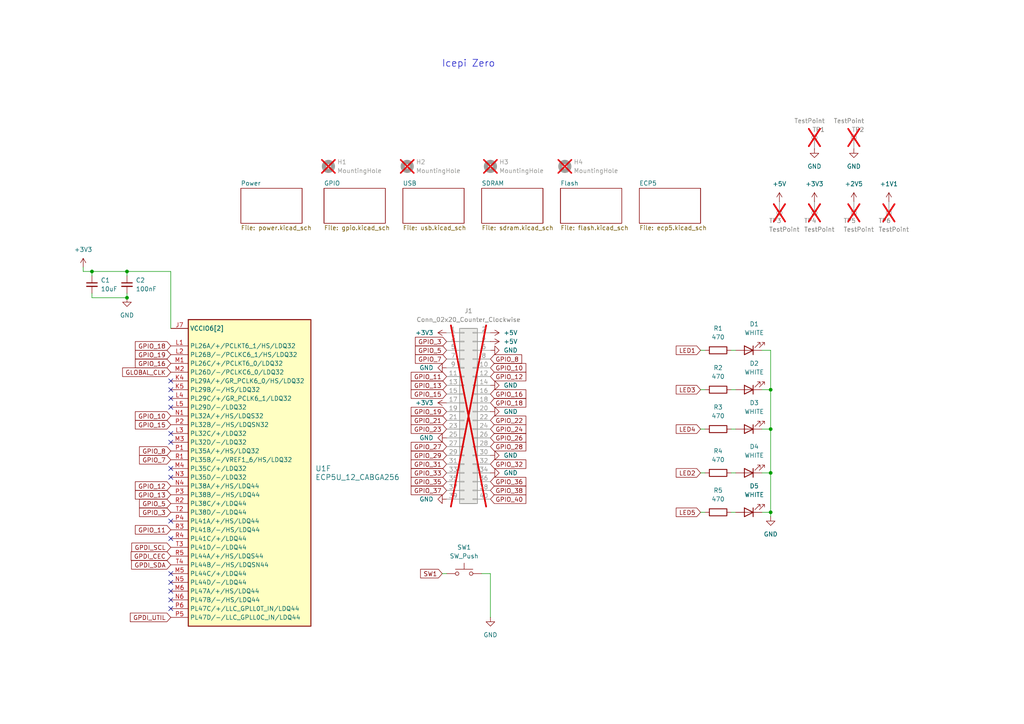
<source format=kicad_sch>
(kicad_sch (version 20250114) (generator "eeschema") (generator_version "9.0")
  (paper "A4")
  (title_block (title "Icepi zero") (date "2025-05-12") (rev "v1") (company "Chengyin Yao (cheyao)") (comment 1 "https://github.com/cheyao/icepi-zero"))
  (text "Icepi Zero" (at 135.89 18.542 0) (effects (font (size 2 2))))
  (junction (at 223.52 137.16))
  (junction (at 26.67 78.74))
  (junction (at 36.83 78.74))
  (junction (at 223.52 148.59))
  (junction (at 223.52 124.46))
  (junction (at 223.52 113.03))
  (junction (at 36.83 86.36))
  (no_connect (at 49.53 128.27))
  (no_connect (at 49.53 171.45))
  (no_connect (at 49.53 168.91))
  (no_connect (at 49.53 166.37))
  (no_connect (at 49.53 138.43))
  (no_connect (at 49.53 156.21))
  (no_connect (at 49.53 173.99))
  (no_connect (at 49.53 113.03))
  (no_connect (at 49.53 115.57))
  (no_connect (at 49.53 110.49))
  (no_connect (at 49.53 176.53))
  (no_connect (at 49.53 151.13))
  (no_connect (at 49.53 118.11))
  (no_connect (at 49.53 125.73))
  (no_connect (at 49.53 135.89))
  (wire (pts (xy 223.52 148.59) (xy 223.52 137.16)))
  (wire (pts (xy 26.67 78.74) (xy 36.83 78.74)))
  (wire (pts (xy 223.52 101.6) (xy 223.52 113.03)))
  (wire (pts (xy 139.7 166.37) (xy 142.24 166.37)))
  (wire (pts (xy 203.2 113.03) (xy 204.47 113.03)))
  (wire (pts (xy 36.83 78.74) (xy 49.53 78.74)))
  (wire (pts (xy 36.83 86.36) (xy 36.83 85.09)))
  (wire (pts (xy 26.67 78.74) (xy 26.67 80.01)))
  (wire (pts (xy 223.52 149.86) (xy 223.52 148.59)))
  (wire (pts (xy 24.13 78.74) (xy 26.67 78.74)))
  (wire (pts (xy 203.2 101.6) (xy 204.47 101.6)))
  (wire (pts (xy 203.2 148.59) (xy 204.47 148.59)))
  (wire (pts (xy 203.2 137.16) (xy 204.47 137.16)))
  (wire (pts (xy 223.52 137.16) (xy 220.98 137.16)))
  (wire (pts (xy 142.24 166.37) (xy 142.24 179.07)))
  (wire (pts (xy 212.09 124.46) (xy 213.36 124.46)))
  (wire (pts (xy 223.52 137.16) (xy 223.52 124.46)))
  (wire (pts (xy 223.52 101.6) (xy 220.98 101.6)))
  (wire (pts (xy 36.83 78.74) (xy 36.83 80.01)))
  (wire (pts (xy 26.67 85.09) (xy 26.67 86.36)))
  (wire (pts (xy 223.52 124.46) (xy 220.98 124.46)))
  (wire (pts (xy 212.09 101.6) (xy 213.36 101.6)))
  (wire (pts (xy 24.13 77.47) (xy 24.13 78.74)))
  (wire (pts (xy 212.09 113.03) (xy 213.36 113.03)))
  (wire (pts (xy 26.67 86.36) (xy 36.83 86.36)))
  (wire (pts (xy 223.52 113.03) (xy 220.98 113.03)))
  (wire (pts (xy 223.52 148.59) (xy 220.98 148.59)))
  (wire (pts (xy 128.27 166.37) (xy 129.54 166.37)))
  (wire (pts (xy 212.09 137.16) (xy 213.36 137.16)))
  (wire (pts (xy 49.53 78.74) (xy 49.53 95.25)))
  (wire (pts (xy 223.52 124.46) (xy 223.52 113.03)))
  (wire (pts (xy 212.09 148.59) (xy 213.36 148.59)))
  (wire (pts (xy 203.2 124.46) (xy 204.47 124.46)))
  (global_label "GPIO_5" (shape input) (at 49.53 146.05 180) (property "Intersheetrefs" "${INTERSHEET_REFS}" (effects (hide yes))))
  (global_label "GPDI_SDA" (shape input) (at 49.53 163.83 180) (property "Intersheetrefs" "${INTERSHEET_REFS}" (effects (hide yes))))
  (global_label "LED3" (shape input) (at 203.2 113.03 180) (property "Intersheetrefs" "${INTERSHEET_REFS}" (effects (hide yes))))
  (global_label "GPIO_35" (shape input) (at 129.54 139.7 180) (property "Intersheetrefs" "${INTERSHEET_REFS}" (effects (hide yes))))
  (global_label "GPIO_12" (shape input) (at 49.53 140.97 180) (property "Intersheetrefs" "${INTERSHEET_REFS}" (effects (hide yes))))
  (global_label "GPIO_8" (shape input) (at 142.24 104.14 0) (property "Intersheetrefs" "${INTERSHEET_REFS}" (effects (hide yes))))
  (global_label "GPDI_CEC" (shape input) (at 49.53 161.29 180) (property "Intersheetrefs" "${INTERSHEET_REFS}" (effects (hide yes))))
  (global_label "GPIO_18" (shape input) (at 142.24 116.84 0) (property "Intersheetrefs" "${INTERSHEET_REFS}" (effects (hide yes))))
  (global_label "GPIO_36" (shape input) (at 142.24 139.7 0) (property "Intersheetrefs" "${INTERSHEET_REFS}" (effects (hide yes))))
  (global_label "GPIO_13" (shape input) (at 129.54 111.76 180) (property "Intersheetrefs" "${INTERSHEET_REFS}" (effects (hide yes))))
  (global_label "GPIO_15" (shape input) (at 129.54 114.3 180) (property "Intersheetrefs" "${INTERSHEET_REFS}" (effects (hide yes))))
  (global_label "GLOBAL_CLK" (shape input) (at 49.53 107.95 180) (property "Intersheetrefs" "${INTERSHEET_REFS}" (effects (hide yes))))
  (global_label "GPIO_21" (shape input) (at 129.54 121.92 180) (property "Intersheetrefs" "${INTERSHEET_REFS}" (effects (hide yes))))
  (global_label "GPIO_28" (shape input) (at 142.24 129.54 0) (property "Intersheetrefs" "${INTERSHEET_REFS}" (effects (hide yes))))
  (global_label "LED2" (shape input) (at 203.2 137.16 180) (property "Intersheetrefs" "${INTERSHEET_REFS}" (effects (hide yes))))
  (global_label "GPIO_16" (shape input) (at 49.53 105.41 180) (property "Intersheetrefs" "${INTERSHEET_REFS}" (effects (hide yes))))
  (global_label "GPIO_19" (shape input) (at 129.54 119.38 180) (property "Intersheetrefs" "${INTERSHEET_REFS}" (effects (hide yes))))
  (global_label "GPIO_7" (shape input) (at 49.53 133.35 180) (property "Intersheetrefs" "${INTERSHEET_REFS}" (effects (hide yes))))
  (global_label "GPIO_26" (shape input) (at 142.24 127 0) (property "Intersheetrefs" "${INTERSHEET_REFS}" (effects (hide yes))))
  (global_label "GPIO_29" (shape input) (at 129.54 132.08 180) (property "Intersheetrefs" "${INTERSHEET_REFS}" (effects (hide yes))))
  (global_label "GPIO_15" (shape input) (at 49.53 123.19 180) (property "Intersheetrefs" "${INTERSHEET_REFS}" (effects (hide yes))))
  (global_label "LED5" (shape input) (at 203.2 148.59 180) (property "Intersheetrefs" "${INTERSHEET_REFS}" (effects (hide yes))))
  (global_label "GPIO_31" (shape input) (at 129.54 134.62 180) (property "Intersheetrefs" "${INTERSHEET_REFS}" (effects (hide yes))))
  (global_label "GPIO_5" (shape input) (at 129.54 101.6 180) (property "Intersheetrefs" "${INTERSHEET_REFS}" (effects (hide yes))))
  (global_label "GPIO_38" (shape input) (at 142.24 142.24 0) (property "Intersheetrefs" "${INTERSHEET_REFS}" (effects (hide yes))))
  (global_label "GPIO_19" (shape input) (at 49.53 102.87 180) (property "Intersheetrefs" "${INTERSHEET_REFS}" (effects (hide yes))))
  (global_label "GPIO_37" (shape input) (at 129.54 142.24 180) (property "Intersheetrefs" "${INTERSHEET_REFS}" (effects (hide yes))))
  (global_label "GPDI_UTIL" (shape input) (at 49.53 179.07 180) (property "Intersheetrefs" "${INTERSHEET_REFS}" (effects (hide yes))))
  (global_label "GPIO_3" (shape input) (at 49.53 148.59 180) (property "Intersheetrefs" "${INTERSHEET_REFS}" (effects (hide yes))))
  (global_label "GPIO_3" (shape input) (at 129.54 99.06 180) (property "Intersheetrefs" "${INTERSHEET_REFS}" (effects (hide yes))))
  (global_label "GPIO_10" (shape input) (at 142.24 106.68 0) (property "Intersheetrefs" "${INTERSHEET_REFS}" (effects (hide yes))))
  (global_label "GPIO_40" (shape input) (at 142.24 144.78 0) (property "Intersheetrefs" "${INTERSHEET_REFS}" (effects (hide yes))))
  (global_label "GPDI_SCL" (shape input) (at 49.53 158.75 180) (property "Intersheetrefs" "${INTERSHEET_REFS}" (effects (hide yes))))
  (global_label "GPIO_24" (shape input) (at 142.24 124.46 0) (property "Intersheetrefs" "${INTERSHEET_REFS}" (effects (hide yes))))
  (global_label "GPIO_27" (shape input) (at 129.54 129.54 180) (property "Intersheetrefs" "${INTERSHEET_REFS}" (effects (hide yes))))
  (global_label "GPIO_13" (shape input) (at 49.53 143.51 180) (property "Intersheetrefs" "${INTERSHEET_REFS}" (effects (hide yes))))
  (global_label "GPIO_33" (shape input) (at 129.54 137.16 180) (property "Intersheetrefs" "${INTERSHEET_REFS}" (effects (hide yes))))
  (global_label "GPIO_8" (shape input) (at 49.53 130.81 180) (property "Intersheetrefs" "${INTERSHEET_REFS}" (effects (hide yes))))
  (global_label "GPIO_11" (shape input) (at 129.54 109.22 180) (property "Intersheetrefs" "${INTERSHEET_REFS}" (effects (hide yes))))
  (global_label "LED4" (shape input) (at 203.2 124.46 180) (property "Intersheetrefs" "${INTERSHEET_REFS}" (effects (hide yes))))
  (global_label "GPIO_11" (shape input) (at 49.53 153.67 180) (property "Intersheetrefs" "${INTERSHEET_REFS}" (effects (hide yes))))
  (global_label "GPIO_12" (shape input) (at 142.24 109.22 0) (property "Intersheetrefs" "${INTERSHEET_REFS}" (effects (hide yes))))
  (global_label "GPIO_22" (shape input) (at 142.24 121.92 0) (property "Intersheetrefs" "${INTERSHEET_REFS}" (effects (hide yes))))
  (global_label "SW1" (shape input) (at 128.27 166.37 180) (property "Intersheetrefs" "${INTERSHEET_REFS}" (effects (hide yes))))
  (global_label "LED1" (shape input) (at 203.2 101.6 180) (property "Intersheetrefs" "${INTERSHEET_REFS}" (effects (hide yes))))
  (global_label "GPIO_10" (shape input) (at 49.53 120.65 180) (property "Intersheetrefs" "${INTERSHEET_REFS}" (effects (hide yes))))
  (global_label "GPIO_18" (shape input) (at 49.53 100.33 180) (property "Intersheetrefs" "${INTERSHEET_REFS}" (effects (hide yes))))
  (global_label "GPIO_16" (shape input) (at 142.24 114.3 0) (property "Intersheetrefs" "${INTERSHEET_REFS}" (effects (hide yes))))
  (global_label "GPIO_32" (shape input) (at 142.24 134.62 0) (property "Intersheetrefs" "${INTERSHEET_REFS}" (effects (hide yes))))
  (global_label "GPIO_7" (shape input) (at 129.54 104.14 180) (property "Intersheetrefs" "${INTERSHEET_REFS}" (effects (hide yes))))
  (global_label "GPIO_23" (shape input) (at 129.54 124.46 180) (property "Intersheetrefs" "${INTERSHEET_REFS}" (effects (hide yes))))
  (symbol (lib_id "Device:LED") (at 217.17 101.6 180) (unit 1)
    (property "Reference" "D1" (at 218.7575 93.98 0))
    (property "Value" "WHITE" (at 218.7575 96.52 0))
    (property "Footprint" "LED_SMD:LED_0603_1608Metric" (effects (hide yes)))
    (property "Description" "Light emitting diode" (effects (hide yes)))
    (property "Sim.Pins" "1=K 2=A" (effects (hide yes)))
    (property "LCSC Part #" "C2290" (effects (hide yes)))
  )
  (symbol (lib_id "Device:R") (at 208.28 113.03 90) (unit 1)
    (property "Reference" "R2" (at 208.28 106.68 90))
    (property "Value" "470" (at 208.28 109.22 90))
    (property "Footprint" "Resistor_SMD:R_0402_1005Metric" (effects (hide yes)))
    (property "Description" "Resistor" (effects (hide yes)))
    (property "LCSC Part #" "C25117" (effects (hide yes)))
  )
  (symbol (lib_id "power:GND") (at 129.54 106.68 270) (unit 1)
    (property "Reference" "#PWR013" (effects (hide yes)))
    (property "Value" "GND" (at 125.73 106.6799 90) (effects (justify right)))
    (property "Description" "Power symbol creates a global label with name \"GND\" , ground" (effects (hide yes)))
  )
  (symbol (lib_id "Device:R") (at 208.28 148.59 90) (unit 1)
    (property "Reference" "R5" (at 208.28 142.24 90))
    (property "Value" "470" (at 208.28 144.78 90))
    (property "Footprint" "Resistor_SMD:R_0402_1005Metric" (effects (hide yes)))
    (property "Description" "Resistor" (effects (hide yes)))
    (property "LCSC Part #" "C25117" (effects (hide yes)))
  )
  (symbol (lib_id "power:GND") (at 129.54 144.78 270) (unit 1)
    (property "Reference" "#PWR020" (effects (hide yes)))
    (property "Value" "GND" (at 125.73 144.7799 90) (effects (justify right)))
    (property "Description" "Power symbol creates a global label with name \"GND\" , ground" (effects (hide yes)))
  )
  (symbol (lib_id "Device:R") (at 208.28 101.6 90) (unit 1)
    (property "Reference" "R1" (at 208.28 95.25 90))
    (property "Value" "470" (at 208.28 97.79 90))
    (property "Footprint" "Resistor_SMD:R_0402_1005Metric" (effects (hide yes)))
    (property "Description" "Resistor" (effects (hide yes)))
    (property "LCSC Part #" "C25117" (effects (hide yes)))
  )
  (symbol (lib_id "power:GND") (at 223.52 149.86 0) (unit 1)
    (property "Reference" "#PWR021" (effects (hide yes)))
    (property "Value" "GND" (at 223.52 154.94 0))
    (property "Description" "Power symbol creates a global label with name \"GND\" , ground" (effects (hide yes)))
  )
  (symbol (lib_id "Device:LED") (at 217.17 113.03 180) (unit 1)
    (property "Reference" "D2" (at 218.7575 105.41 0))
    (property "Value" "WHITE" (at 218.7575 107.95 0))
    (property "Footprint" "LED_SMD:LED_0603_1608Metric" (effects (hide yes)))
    (property "Description" "Light emitting diode" (effects (hide yes)))
    (property "Sim.Pins" "1=K 2=A" (effects (hide yes)))
    (property "LCSC Part #" "C2290" (effects (hide yes)))
  )
  (symbol (lib_id "Mechanical:MountingHole") (at 118.11 48.26 0) (unit 1) (in_bom no) (dnp yes)
    (property "Reference" "H2" (at 120.65 46.9899 0) (effects (justify left)))
    (property "Value" "MountingHole" (at 120.65 49.5299 0) (effects (justify left)))
    (property "Footprint" "MountingHole:MountingHole_2.7mm_M2.5" (effects (hide yes)))
    (property "Description" "Mounting Hole without connection" (effects (hide yes)))
  )
  (symbol (lib_id "power:GND") (at 142.24 119.38 90) (unit 1)
    (property "Reference" "#PWR016" (effects (hide yes)))
    (property "Value" "GND" (at 146.05 119.3799 90) (effects (justify right)))
    (property "Description" "Power symbol creates a global label with name \"GND\" , ground" (effects (hide yes)))
  )
  (symbol (lib_id "power:GND") (at 129.54 127 270) (unit 1)
    (property "Reference" "#PWR017" (effects (hide yes)))
    (property "Value" "GND" (at 125.73 126.9999 90) (effects (justify right)))
    (property "Description" "Power symbol creates a global label with name \"GND\" , ground" (effects (hide yes)))
  )
  (symbol (lib_id "Connector_Generic:Conn_02x20_Odd_Even") (at 134.62 119.38 0) (unit 1) (in_bom no) (dnp yes)
    (property "Reference" "J1" (at 135.89 90.17 0))
    (property "Value" "Conn_02x20_Counter_Clockwise" (at 135.89 92.71 0))
    (property "Footprint" "Connector_PinHeader_2.54mm:PinHeader_2x20_P2.54mm_Vertical" (effects (hide yes)))
    (property "Description" "Generic connector, double row, 02x20, odd/even pin numbering scheme (row 1 odd numbers, row 2 even numbers), script generated (kicad-library-utils/schlib/autogen/connector/)" (effects (hide yes)))
  )
  (symbol (lib_id "Mechanical:MountingHole") (at 163.83 48.26 0) (unit 1) (in_bom no) (dnp yes)
    (property "Reference" "H4" (at 166.37 46.9899 0) (effects (justify left)))
    (property "Value" "MountingHole" (at 166.37 49.5299 0) (effects (justify left)))
    (property "Footprint" "MountingHole:MountingHole_2.7mm_M2.5" (effects (hide yes)))
    (property "Description" "Mounting Hole without connection" (effects (hide yes)))
  )
  (symbol (lib_id "power:+5V") (at 142.24 99.06 270) (unit 1)
    (property "Reference" "#PWR011" (effects (hide yes)))
    (property "Value" "+5V" (at 146.05 99.0599 90) (effects (justify left)))
    (property "Description" "Power symbol creates a global label with name \"+5V\"" (effects (hide yes)))
  )
  (symbol (lib_id "power:+2V5") (at 247.65 58.42 0) (unit 1)
    (property "Reference" "#PWR05" (effects (hide yes)))
    (property "Value" "+2V5" (at 247.65 53.34 0))
    (property "Description" "Power symbol creates a global label with name \"+2V5\"" (effects (hide yes)))
  )
  (symbol (lib_id "Device:R") (at 208.28 137.16 90) (unit 1)
    (property "Reference" "R4" (at 208.28 130.81 90))
    (property "Value" "470" (at 208.28 133.35 90))
    (property "Footprint" "Resistor_SMD:R_0402_1005Metric" (effects (hide yes)))
    (property "Description" "Resistor" (effects (hide yes)))
    (property "LCSC Part #" "C25117" (effects (hide yes)))
  )
  (symbol (lib_id "Connector:TestPoint") (at 226.06 58.42 180) (unit 1) (dnp yes)
    (property "Reference" "TP3" (at 223.012 64.008 0) (effects (justify right)))
    (property "Value" "TestPoint" (at 223.012 66.548 0) (effects (justify right)))
    (property "Footprint" "TestPoint:TestPoint_Pad_D2.0mm" (effects (hide yes)))
    (property "Description" "test point" (effects (hide yes)))
  )
  (symbol (lib_id "Device:R") (at 208.28 124.46 90) (unit 1)
    (property "Reference" "R3" (at 208.28 118.11 90))
    (property "Value" "470" (at 208.28 120.65 90))
    (property "Footprint" "Resistor_SMD:R_0402_1005Metric" (effects (hide yes)))
    (property "Description" "Resistor" (effects (hide yes)))
    (property "LCSC Part #" "C25117" (effects (hide yes)))
  )
  (symbol (lib_id "power:+3V3") (at 129.54 96.52 90) (unit 1)
    (property "Reference" "#PWR09" (effects (hide yes)))
    (property "Value" "+3V3" (at 125.73 96.5199 90) (effects (justify left)))
    (property "Description" "Power symbol creates a global label with name \"+3V3\"" (effects (hide yes)))
  )
  (symbol (lib_id "Device:C_Small") (at 26.67 82.55 0) (unit 1)
    (property "Reference" "C1" (at 29.21 81.2862 0) (effects (justify left)))
    (property "Value" "10uF" (at 29.21 83.8262 0) (effects (justify left)))
    (property "Footprint" "Capacitor_SMD:C_0603_1608Metric" (effects (hide yes)))
    (property "Description" "Unpolarized capacitor, small symbol" (effects (hide yes)))
    (property "LCSC Part #" "C19702" (effects (hide yes)))
  )
  (symbol (lib_id "power:GND") (at 142.24 137.16 90) (unit 1)
    (property "Reference" "#PWR019" (effects (hide yes)))
    (property "Value" "GND" (at 146.05 137.1599 90) (effects (justify right)))
    (property "Description" "Power symbol creates a global label with name \"GND\" , ground" (effects (hide yes)))
  )
  (symbol (lib_id "Mechanical:MountingHole") (at 142.24 48.26 0) (unit 1) (in_bom no) (dnp yes)
    (property "Reference" "H3" (at 144.78 46.9899 0) (effects (justify left)))
    (property "Value" "MountingHole" (at 144.78 49.5299 0) (effects (justify left)))
    (property "Footprint" "MountingHole:MountingHole_2.7mm_M2.5" (effects (hide yes)))
    (property "Description" "Mounting Hole without connection" (effects (hide yes)))
  )
  (symbol (lib_id "Mechanical:MountingHole") (at 95.25 48.26 0) (unit 1) (in_bom no) (dnp yes)
    (property "Reference" "H1" (at 97.79 46.9899 0) (effects (justify left)))
    (property "Value" "MountingHole" (at 97.79 49.5299 0) (effects (justify left)))
    (property "Footprint" "MountingHole:MountingHole_2.7mm_M2.5" (effects (hide yes)))
    (property "Description" "Mounting Hole without connection" (effects (hide yes)))
  )
  (symbol (lib_id "Device:LED") (at 217.17 124.46 180) (unit 1)
    (property "Reference" "D3" (at 218.7575 116.84 0))
    (property "Value" "WHITE" (at 218.7575 119.38 0))
    (property "Footprint" "LED_SMD:LED_0603_1608Metric" (effects (hide yes)))
    (property "Description" "Light emitting diode" (effects (hide yes)))
    (property "Sim.Pins" "1=K 2=A" (effects (hide yes)))
    (property "LCSC Part #" "C2290" (effects (hide yes)))
  )
  (symbol (lib_id "Connector:TestPoint") (at 257.81 58.42 180) (unit 1) (dnp yes)
    (property "Reference" "TP6" (at 254.762 64.008 0) (effects (justify right)))
    (property "Value" "TestPoint" (at 254.762 66.548 0) (effects (justify right)))
    (property "Footprint" "TestPoint:TestPoint_Pad_D2.0mm" (effects (hide yes)))
    (property "Description" "test point" (effects (hide yes)))
  )
  (symbol (lib_id "power:+1V1") (at 257.81 58.42 0) (unit 1)
    (property "Reference" "#PWR06" (effects (hide yes)))
    (property "Value" "+1V1" (at 257.81 53.34 0))
    (property "Description" "Power symbol creates a global label with name \"+1V1\"" (effects (hide yes)))
  )
  (symbol (lib_id "Connector:TestPoint") (at 247.65 43.18 0) (unit 1) (dnp yes)
    (property "Reference" "TP2" (at 250.698 37.592 0) (effects (justify right)))
    (property "Value" "TestPoint" (at 250.698 35.052 0) (effects (justify right)))
    (property "Footprint" "TestPoint:TestPoint_Pad_D2.0mm" (effects (hide yes)))
    (property "Description" "test point" (effects (hide yes)))
  )
  (symbol (lib_id "power:GND") (at 142.24 179.07 0) (unit 1)
    (property "Reference" "#PWR022" (effects (hide yes)))
    (property "Value" "GND" (at 142.24 184.15 0))
    (property "Description" "Power symbol creates a global label with name \"GND\" , ground" (effects (hide yes)))
  )
  (symbol (lib_id "josh:ECP5U_12_CABGA256") (at 71.12 133.35 0) (unit 6)
    (property "Reference" "U1" (at 91.44 135.8899 0) (effects (font (size 1.524 1.524)) (justify left)))
    (property "Value" "ECP5U_12_CABGA256" (at 91.44 138.4299 0) (effects (font (size 1.524 1.524)) (justify left)))
    (property "Footprint" "Package_BGA:BGA-256_14.0x14.0mm_Layout16x16_P0.8mm_Ball0.45mm_Pad0.32mm_NSMD" (effects (hide yes)))
    (property "Datasheet" "https://www.lcsc.com/datasheet/lcsc_datasheet_2411220131_Lattice-LFE5U-25F-6BG256C_C1521614.pdf" (effects (hide yes)))
    (property "LCSC Part #" "C1521614" (effects (hide yes)))
  )
  (symbol (lib_id "Connector:TestPoint") (at 236.22 43.18 0) (unit 1) (dnp yes)
    (property "Reference" "TP1" (at 239.268 37.592 0) (effects (justify right)))
    (property "Value" "TestPoint" (at 239.268 35.052 0) (effects (justify right)))
    (property "Footprint" "TestPoint:TestPoint_Pad_D2.0mm" (effects (hide yes)))
    (property "Description" "test point" (effects (hide yes)))
  )
  (symbol (lib_id "Connector:TestPoint") (at 247.65 58.42 180) (unit 1) (dnp yes)
    (property "Reference" "TP5" (at 244.602 64.008 0) (effects (justify right)))
    (property "Value" "TestPoint" (at 244.602 66.548 0) (effects (justify right)))
    (property "Footprint" "TestPoint:TestPoint_Pad_D2.0mm" (effects (hide yes)))
    (property "Description" "test point" (effects (hide yes)))
  )
  (symbol (lib_id "power:GND") (at 36.83 86.36 0) (unit 1)
    (property "Reference" "#PWR08" (effects (hide yes)))
    (property "Value" "GND" (at 36.83 91.44 0))
    (property "Description" "Power symbol creates a global label with name \"GND\" , ground" (effects (hide yes)))
  )
  (symbol (lib_id "Device:C_Small") (at 36.83 82.55 0) (unit 1)
    (property "Reference" "C2" (at 39.37 81.2862 0) (effects (justify left)))
    (property "Value" "100nF" (at 39.37 83.8262 0) (effects (justify left)))
    (property "Footprint" "Capacitor_SMD:C_0402_1005Metric" (effects (hide yes)))
    (property "Description" "Unpolarized capacitor, small symbol" (effects (hide yes)))
    (property "LCSC Part #" "C307331 " (effects (hide yes)))
  )
  (symbol (lib_id "power:+3V3") (at 24.13 77.47 0) (unit 1)
    (property "Reference" "#PWR07" (effects (hide yes)))
    (property "Value" "+3V3" (at 24.13 72.39 0))
    (property "Description" "Power symbol creates a global label with name \"+3V3\"" (effects (hide yes)))
  )
  (symbol (lib_id "Device:LED") (at 217.17 137.16 180) (unit 1)
    (property "Reference" "D4" (at 218.7575 129.54 0))
    (property "Value" "WHITE" (at 218.7575 132.08 0))
    (property "Footprint" "LED_SMD:LED_0603_1608Metric" (effects (hide yes)))
    (property "Description" "Light emitting diode" (effects (hide yes)))
    (property "Sim.Pins" "1=K 2=A" (effects (hide yes)))
    (property "LCSC Part #" "C2290" (effects (hide yes)))
  )
  (symbol (lib_id "Device:LED") (at 217.17 148.59 180) (unit 1)
    (property "Reference" "D5" (at 218.7575 140.97 0))
    (property "Value" "WHITE" (at 218.7575 143.51 0))
    (property "Footprint" "LED_SMD:LED_0603_1608Metric" (effects (hide yes)))
    (property "Description" "Light emitting diode" (effects (hide yes)))
    (property "Sim.Pins" "1=K 2=A" (effects (hide yes)))
    (property "LCSC Part #" "C2290" (effects (hide yes)))
  )
  (symbol (lib_id "power:+5V") (at 142.24 96.52 270) (unit 1)
    (property "Reference" "#PWR010" (effects (hide yes)))
    (property "Value" "+5V" (at 146.05 96.5199 90) (effects (justify left)))
    (property "Description" "Power symbol creates a global label with name \"+5V\"" (effects (hide yes)))
  )
  (symbol (lib_id "Connector:TestPoint") (at 236.22 58.42 180) (unit 1) (dnp yes)
    (property "Reference" "TP4" (at 233.172 64.008 0) (effects (justify right)))
    (property "Value" "TestPoint" (at 233.172 66.548 0) (effects (justify right)))
    (property "Footprint" "TestPoint:TestPoint_Pad_D2.0mm" (effects (hide yes)))
    (property "Description" "test point" (effects (hide yes)))
  )
  (symbol (lib_id "power:+3V3") (at 236.22 58.42 0) (unit 1)
    (property "Reference" "#PWR04" (effects (hide yes)))
    (property "Value" "+3V3" (at 236.22 53.34 0))
    (property "Description" "Power symbol creates a global label with name \"+3V3\"" (effects (hide yes)))
  )
  (symbol (lib_id "power:GND") (at 236.22 43.18 0) (unit 1)
    (property "Reference" "#PWR01" (effects (hide yes)))
    (property "Value" "GND" (at 236.22 48.26 0))
    (property "Description" "Power symbol creates a global label with name \"GND\" , ground" (effects (hide yes)))
  )
  (symbol (lib_id "power:GND") (at 142.24 101.6 90) (unit 1)
    (property "Reference" "#PWR012" (effects (hide yes)))
    (property "Value" "GND" (at 146.05 101.5999 90) (effects (justify right)))
    (property "Description" "Power symbol creates a global label with name \"GND\" , ground" (effects (hide yes)))
  )
  (symbol (lib_id "power:GND") (at 142.24 132.08 90) (unit 1)
    (property "Reference" "#PWR018" (effects (hide yes)))
    (property "Value" "GND" (at 146.05 132.0799 90) (effects (justify right)))
    (property "Description" "Power symbol creates a global label with name \"GND\" , ground" (effects (hide yes)))
  )
  (symbol (lib_id "Switch:SW_Push") (at 134.62 166.37 0) (unit 1)
    (property "Reference" "SW1" (at 134.62 158.75 0))
    (property "Value" "SW_Push" (at 134.62 161.29 0))
    (property "Footprint" "Button_Switch_SMD:SW_SPST_B3U-1000P" (effects (hide yes)))
    (property "Description" "Push button switch, generic, two pins" (effects (hide yes)))
    (property "LCSC Part #" "C2689695" (effects (hide yes)))
  )
  (symbol (lib_id "power:GND") (at 247.65 43.18 0) (unit 1)
    (property "Reference" "#PWR02" (effects (hide yes)))
    (property "Value" "GND" (at 247.65 48.26 0))
    (property "Description" "Power symbol creates a global label with name \"GND\" , ground" (effects (hide yes)))
  )
  (symbol (lib_id "power:+3V3") (at 129.54 116.84 90) (unit 1)
    (property "Reference" "#PWR015" (effects (hide yes)))
    (property "Value" "+3V3" (at 125.73 116.8399 90) (effects (justify left)))
    (property "Description" "Power symbol creates a global label with name \"+3V3\"" (effects (hide yes)))
  )
  (symbol (lib_id "power:+5V") (at 226.06 58.42 0) (unit 1)
    (property "Reference" "#PWR03" (effects (hide yes)))
    (property "Value" "+5V" (at 226.06 53.34 0))
    (property "Description" "Power symbol creates a global label with name \"+5V\"" (effects (hide yes)))
  )
  (symbol (lib_id "power:GND") (at 142.24 111.76 90) (unit 1)
    (property "Reference" "#PWR014" (effects (hide yes)))
    (property "Value" "GND" (at 146.05 111.7599 90) (effects (justify right)))
    (property "Description" "Power symbol creates a global label with name \"GND\" , ground" (effects (hide yes)))
  )
  (sheet (at 185.42 54.61) (size 17.78 10.16) (stroke (width 0.1524))
    (property "Sheetname" "ECP5" (at 185.42 53.8984 0) (effects (justify left bottom)))
    (property "Sheetfile" "ecp5.kicad_sch" (at 185.42 65.3546 0) (effects (justify left top)))
  )
  (sheet (at 139.7 54.61) (size 17.78 10.16) (stroke (width 0.1524))
    (property "Sheetname" "SDRAM" (at 139.7 53.8984 0) (effects (justify left bottom)))
    (property "Sheetfile" "sdram.kicad_sch" (at 139.7 65.3546 0) (effects (justify left top)))
  )
  (sheet (at 69.85 54.61) (size 17.78 10.16) (stroke (width 0.1524))
    (property "Sheetname" "Power" (at 69.85 53.8984 0) (effects (justify left bottom)))
    (property "Sheetfile" "power.kicad_sch" (at 69.85 65.3546 0) (effects (justify left top)))
  )
  (sheet (at 116.84 54.61) (size 17.78 10.16) (stroke (width 0.1524))
    (property "Sheetname" "USB" (at 116.84 53.8984 0) (effects (justify left bottom)))
    (property "Sheetfile" "usb.kicad_sch" (at 116.84 65.3546 0) (effects (justify left top)))
  )
  (sheet (at 162.56 54.61) (size 17.78 10.16) (stroke (width 0.1524))
    (property "Sheetname" "Flash" (at 162.56 53.8984 0) (effects (justify left bottom)))
    (property "Sheetfile" "flash.kicad_sch" (at 162.56 65.3546 0) (effects (justify left top)))
  )
  (sheet (at 93.98 54.61) (size 17.78 10.16) (stroke (width 0.1524))
    (property "Sheetname" "GPIO" (at 93.98 53.8984 0) (effects (justify left bottom)))
    (property "Sheetfile" "gpio.kicad_sch" (at 93.98 65.3546 0) (effects (justify left top)))
  )
)
</source>
